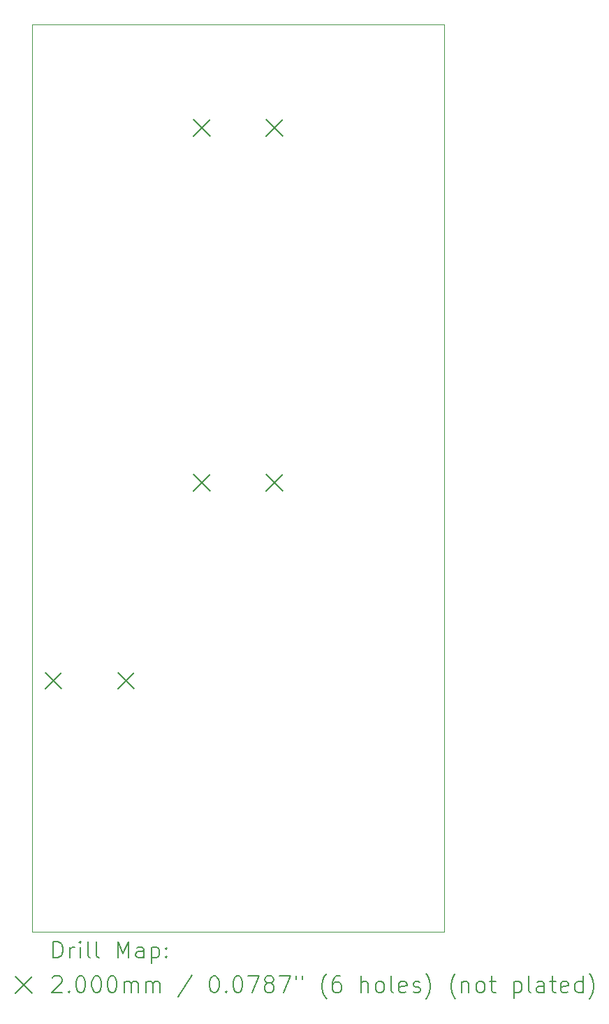
<source format=gbr>
%TF.GenerationSoftware,KiCad,Pcbnew,7.0.11-7.0.11~ubuntu22.04.1*%
%TF.CreationDate,2024-10-19T21:35:02+01:00*%
%TF.ProjectId,MS20-VCF,4d533230-2d56-4434-962e-6b696361645f,rev?*%
%TF.SameCoordinates,Original*%
%TF.FileFunction,Drillmap*%
%TF.FilePolarity,Positive*%
%FSLAX45Y45*%
G04 Gerber Fmt 4.5, Leading zero omitted, Abs format (unit mm)*
G04 Created by KiCad (PCBNEW 7.0.11-7.0.11~ubuntu22.04.1) date 2024-10-19 21:35:02*
%MOMM*%
%LPD*%
G01*
G04 APERTURE LIST*
%ADD10C,0.050000*%
%ADD11C,0.200000*%
G04 APERTURE END LIST*
D10*
X8500000Y-3650000D02*
X8500000Y-14650000D01*
X3500000Y-3650000D02*
X8500000Y-3650000D01*
X3500000Y-3650000D02*
X3500000Y-14650000D01*
X3500000Y-14650000D02*
X8500000Y-14650000D01*
D11*
X3660000Y-11505000D02*
X3860000Y-11705000D01*
X3860000Y-11505000D02*
X3660000Y-11705000D01*
X4540000Y-11505000D02*
X4740000Y-11705000D01*
X4740000Y-11505000D02*
X4540000Y-11705000D01*
X5460000Y-4805000D02*
X5660000Y-5005000D01*
X5660000Y-4805000D02*
X5460000Y-5005000D01*
X5460000Y-9105000D02*
X5660000Y-9305000D01*
X5660000Y-9105000D02*
X5460000Y-9305000D01*
X6340000Y-4805000D02*
X6540000Y-5005000D01*
X6540000Y-4805000D02*
X6340000Y-5005000D01*
X6340000Y-9105000D02*
X6540000Y-9305000D01*
X6540000Y-9105000D02*
X6340000Y-9305000D01*
X3758277Y-14963984D02*
X3758277Y-14763984D01*
X3758277Y-14763984D02*
X3805896Y-14763984D01*
X3805896Y-14763984D02*
X3834467Y-14773508D01*
X3834467Y-14773508D02*
X3853515Y-14792555D01*
X3853515Y-14792555D02*
X3863039Y-14811603D01*
X3863039Y-14811603D02*
X3872562Y-14849698D01*
X3872562Y-14849698D02*
X3872562Y-14878269D01*
X3872562Y-14878269D02*
X3863039Y-14916365D01*
X3863039Y-14916365D02*
X3853515Y-14935412D01*
X3853515Y-14935412D02*
X3834467Y-14954460D01*
X3834467Y-14954460D02*
X3805896Y-14963984D01*
X3805896Y-14963984D02*
X3758277Y-14963984D01*
X3958277Y-14963984D02*
X3958277Y-14830650D01*
X3958277Y-14868746D02*
X3967801Y-14849698D01*
X3967801Y-14849698D02*
X3977324Y-14840174D01*
X3977324Y-14840174D02*
X3996372Y-14830650D01*
X3996372Y-14830650D02*
X4015420Y-14830650D01*
X4082086Y-14963984D02*
X4082086Y-14830650D01*
X4082086Y-14763984D02*
X4072562Y-14773508D01*
X4072562Y-14773508D02*
X4082086Y-14783031D01*
X4082086Y-14783031D02*
X4091610Y-14773508D01*
X4091610Y-14773508D02*
X4082086Y-14763984D01*
X4082086Y-14763984D02*
X4082086Y-14783031D01*
X4205896Y-14963984D02*
X4186848Y-14954460D01*
X4186848Y-14954460D02*
X4177324Y-14935412D01*
X4177324Y-14935412D02*
X4177324Y-14763984D01*
X4310658Y-14963984D02*
X4291610Y-14954460D01*
X4291610Y-14954460D02*
X4282086Y-14935412D01*
X4282086Y-14935412D02*
X4282086Y-14763984D01*
X4539229Y-14963984D02*
X4539229Y-14763984D01*
X4539229Y-14763984D02*
X4605896Y-14906841D01*
X4605896Y-14906841D02*
X4672563Y-14763984D01*
X4672563Y-14763984D02*
X4672563Y-14963984D01*
X4853515Y-14963984D02*
X4853515Y-14859222D01*
X4853515Y-14859222D02*
X4843991Y-14840174D01*
X4843991Y-14840174D02*
X4824944Y-14830650D01*
X4824944Y-14830650D02*
X4786848Y-14830650D01*
X4786848Y-14830650D02*
X4767801Y-14840174D01*
X4853515Y-14954460D02*
X4834467Y-14963984D01*
X4834467Y-14963984D02*
X4786848Y-14963984D01*
X4786848Y-14963984D02*
X4767801Y-14954460D01*
X4767801Y-14954460D02*
X4758277Y-14935412D01*
X4758277Y-14935412D02*
X4758277Y-14916365D01*
X4758277Y-14916365D02*
X4767801Y-14897317D01*
X4767801Y-14897317D02*
X4786848Y-14887793D01*
X4786848Y-14887793D02*
X4834467Y-14887793D01*
X4834467Y-14887793D02*
X4853515Y-14878269D01*
X4948753Y-14830650D02*
X4948753Y-15030650D01*
X4948753Y-14840174D02*
X4967801Y-14830650D01*
X4967801Y-14830650D02*
X5005896Y-14830650D01*
X5005896Y-14830650D02*
X5024944Y-14840174D01*
X5024944Y-14840174D02*
X5034467Y-14849698D01*
X5034467Y-14849698D02*
X5043991Y-14868746D01*
X5043991Y-14868746D02*
X5043991Y-14925888D01*
X5043991Y-14925888D02*
X5034467Y-14944936D01*
X5034467Y-14944936D02*
X5024944Y-14954460D01*
X5024944Y-14954460D02*
X5005896Y-14963984D01*
X5005896Y-14963984D02*
X4967801Y-14963984D01*
X4967801Y-14963984D02*
X4948753Y-14954460D01*
X5129705Y-14944936D02*
X5139229Y-14954460D01*
X5139229Y-14954460D02*
X5129705Y-14963984D01*
X5129705Y-14963984D02*
X5120182Y-14954460D01*
X5120182Y-14954460D02*
X5129705Y-14944936D01*
X5129705Y-14944936D02*
X5129705Y-14963984D01*
X5129705Y-14840174D02*
X5139229Y-14849698D01*
X5139229Y-14849698D02*
X5129705Y-14859222D01*
X5129705Y-14859222D02*
X5120182Y-14849698D01*
X5120182Y-14849698D02*
X5129705Y-14840174D01*
X5129705Y-14840174D02*
X5129705Y-14859222D01*
X3297500Y-15192500D02*
X3497500Y-15392500D01*
X3497500Y-15192500D02*
X3297500Y-15392500D01*
X3748753Y-15203031D02*
X3758277Y-15193508D01*
X3758277Y-15193508D02*
X3777324Y-15183984D01*
X3777324Y-15183984D02*
X3824943Y-15183984D01*
X3824943Y-15183984D02*
X3843991Y-15193508D01*
X3843991Y-15193508D02*
X3853515Y-15203031D01*
X3853515Y-15203031D02*
X3863039Y-15222079D01*
X3863039Y-15222079D02*
X3863039Y-15241127D01*
X3863039Y-15241127D02*
X3853515Y-15269698D01*
X3853515Y-15269698D02*
X3739229Y-15383984D01*
X3739229Y-15383984D02*
X3863039Y-15383984D01*
X3948753Y-15364936D02*
X3958277Y-15374460D01*
X3958277Y-15374460D02*
X3948753Y-15383984D01*
X3948753Y-15383984D02*
X3939229Y-15374460D01*
X3939229Y-15374460D02*
X3948753Y-15364936D01*
X3948753Y-15364936D02*
X3948753Y-15383984D01*
X4082086Y-15183984D02*
X4101134Y-15183984D01*
X4101134Y-15183984D02*
X4120182Y-15193508D01*
X4120182Y-15193508D02*
X4129705Y-15203031D01*
X4129705Y-15203031D02*
X4139229Y-15222079D01*
X4139229Y-15222079D02*
X4148753Y-15260174D01*
X4148753Y-15260174D02*
X4148753Y-15307793D01*
X4148753Y-15307793D02*
X4139229Y-15345888D01*
X4139229Y-15345888D02*
X4129705Y-15364936D01*
X4129705Y-15364936D02*
X4120182Y-15374460D01*
X4120182Y-15374460D02*
X4101134Y-15383984D01*
X4101134Y-15383984D02*
X4082086Y-15383984D01*
X4082086Y-15383984D02*
X4063039Y-15374460D01*
X4063039Y-15374460D02*
X4053515Y-15364936D01*
X4053515Y-15364936D02*
X4043991Y-15345888D01*
X4043991Y-15345888D02*
X4034467Y-15307793D01*
X4034467Y-15307793D02*
X4034467Y-15260174D01*
X4034467Y-15260174D02*
X4043991Y-15222079D01*
X4043991Y-15222079D02*
X4053515Y-15203031D01*
X4053515Y-15203031D02*
X4063039Y-15193508D01*
X4063039Y-15193508D02*
X4082086Y-15183984D01*
X4272563Y-15183984D02*
X4291610Y-15183984D01*
X4291610Y-15183984D02*
X4310658Y-15193508D01*
X4310658Y-15193508D02*
X4320182Y-15203031D01*
X4320182Y-15203031D02*
X4329705Y-15222079D01*
X4329705Y-15222079D02*
X4339229Y-15260174D01*
X4339229Y-15260174D02*
X4339229Y-15307793D01*
X4339229Y-15307793D02*
X4329705Y-15345888D01*
X4329705Y-15345888D02*
X4320182Y-15364936D01*
X4320182Y-15364936D02*
X4310658Y-15374460D01*
X4310658Y-15374460D02*
X4291610Y-15383984D01*
X4291610Y-15383984D02*
X4272563Y-15383984D01*
X4272563Y-15383984D02*
X4253515Y-15374460D01*
X4253515Y-15374460D02*
X4243991Y-15364936D01*
X4243991Y-15364936D02*
X4234467Y-15345888D01*
X4234467Y-15345888D02*
X4224944Y-15307793D01*
X4224944Y-15307793D02*
X4224944Y-15260174D01*
X4224944Y-15260174D02*
X4234467Y-15222079D01*
X4234467Y-15222079D02*
X4243991Y-15203031D01*
X4243991Y-15203031D02*
X4253515Y-15193508D01*
X4253515Y-15193508D02*
X4272563Y-15183984D01*
X4463039Y-15183984D02*
X4482086Y-15183984D01*
X4482086Y-15183984D02*
X4501134Y-15193508D01*
X4501134Y-15193508D02*
X4510658Y-15203031D01*
X4510658Y-15203031D02*
X4520182Y-15222079D01*
X4520182Y-15222079D02*
X4529705Y-15260174D01*
X4529705Y-15260174D02*
X4529705Y-15307793D01*
X4529705Y-15307793D02*
X4520182Y-15345888D01*
X4520182Y-15345888D02*
X4510658Y-15364936D01*
X4510658Y-15364936D02*
X4501134Y-15374460D01*
X4501134Y-15374460D02*
X4482086Y-15383984D01*
X4482086Y-15383984D02*
X4463039Y-15383984D01*
X4463039Y-15383984D02*
X4443991Y-15374460D01*
X4443991Y-15374460D02*
X4434467Y-15364936D01*
X4434467Y-15364936D02*
X4424944Y-15345888D01*
X4424944Y-15345888D02*
X4415420Y-15307793D01*
X4415420Y-15307793D02*
X4415420Y-15260174D01*
X4415420Y-15260174D02*
X4424944Y-15222079D01*
X4424944Y-15222079D02*
X4434467Y-15203031D01*
X4434467Y-15203031D02*
X4443991Y-15193508D01*
X4443991Y-15193508D02*
X4463039Y-15183984D01*
X4615420Y-15383984D02*
X4615420Y-15250650D01*
X4615420Y-15269698D02*
X4624944Y-15260174D01*
X4624944Y-15260174D02*
X4643991Y-15250650D01*
X4643991Y-15250650D02*
X4672563Y-15250650D01*
X4672563Y-15250650D02*
X4691610Y-15260174D01*
X4691610Y-15260174D02*
X4701134Y-15279222D01*
X4701134Y-15279222D02*
X4701134Y-15383984D01*
X4701134Y-15279222D02*
X4710658Y-15260174D01*
X4710658Y-15260174D02*
X4729705Y-15250650D01*
X4729705Y-15250650D02*
X4758277Y-15250650D01*
X4758277Y-15250650D02*
X4777325Y-15260174D01*
X4777325Y-15260174D02*
X4786848Y-15279222D01*
X4786848Y-15279222D02*
X4786848Y-15383984D01*
X4882086Y-15383984D02*
X4882086Y-15250650D01*
X4882086Y-15269698D02*
X4891610Y-15260174D01*
X4891610Y-15260174D02*
X4910658Y-15250650D01*
X4910658Y-15250650D02*
X4939229Y-15250650D01*
X4939229Y-15250650D02*
X4958277Y-15260174D01*
X4958277Y-15260174D02*
X4967801Y-15279222D01*
X4967801Y-15279222D02*
X4967801Y-15383984D01*
X4967801Y-15279222D02*
X4977325Y-15260174D01*
X4977325Y-15260174D02*
X4996372Y-15250650D01*
X4996372Y-15250650D02*
X5024944Y-15250650D01*
X5024944Y-15250650D02*
X5043991Y-15260174D01*
X5043991Y-15260174D02*
X5053515Y-15279222D01*
X5053515Y-15279222D02*
X5053515Y-15383984D01*
X5443991Y-15174460D02*
X5272563Y-15431603D01*
X5701134Y-15183984D02*
X5720182Y-15183984D01*
X5720182Y-15183984D02*
X5739229Y-15193508D01*
X5739229Y-15193508D02*
X5748753Y-15203031D01*
X5748753Y-15203031D02*
X5758277Y-15222079D01*
X5758277Y-15222079D02*
X5767801Y-15260174D01*
X5767801Y-15260174D02*
X5767801Y-15307793D01*
X5767801Y-15307793D02*
X5758277Y-15345888D01*
X5758277Y-15345888D02*
X5748753Y-15364936D01*
X5748753Y-15364936D02*
X5739229Y-15374460D01*
X5739229Y-15374460D02*
X5720182Y-15383984D01*
X5720182Y-15383984D02*
X5701134Y-15383984D01*
X5701134Y-15383984D02*
X5682086Y-15374460D01*
X5682086Y-15374460D02*
X5672563Y-15364936D01*
X5672563Y-15364936D02*
X5663039Y-15345888D01*
X5663039Y-15345888D02*
X5653515Y-15307793D01*
X5653515Y-15307793D02*
X5653515Y-15260174D01*
X5653515Y-15260174D02*
X5663039Y-15222079D01*
X5663039Y-15222079D02*
X5672563Y-15203031D01*
X5672563Y-15203031D02*
X5682086Y-15193508D01*
X5682086Y-15193508D02*
X5701134Y-15183984D01*
X5853515Y-15364936D02*
X5863039Y-15374460D01*
X5863039Y-15374460D02*
X5853515Y-15383984D01*
X5853515Y-15383984D02*
X5843991Y-15374460D01*
X5843991Y-15374460D02*
X5853515Y-15364936D01*
X5853515Y-15364936D02*
X5853515Y-15383984D01*
X5986848Y-15183984D02*
X6005896Y-15183984D01*
X6005896Y-15183984D02*
X6024944Y-15193508D01*
X6024944Y-15193508D02*
X6034467Y-15203031D01*
X6034467Y-15203031D02*
X6043991Y-15222079D01*
X6043991Y-15222079D02*
X6053515Y-15260174D01*
X6053515Y-15260174D02*
X6053515Y-15307793D01*
X6053515Y-15307793D02*
X6043991Y-15345888D01*
X6043991Y-15345888D02*
X6034467Y-15364936D01*
X6034467Y-15364936D02*
X6024944Y-15374460D01*
X6024944Y-15374460D02*
X6005896Y-15383984D01*
X6005896Y-15383984D02*
X5986848Y-15383984D01*
X5986848Y-15383984D02*
X5967801Y-15374460D01*
X5967801Y-15374460D02*
X5958277Y-15364936D01*
X5958277Y-15364936D02*
X5948753Y-15345888D01*
X5948753Y-15345888D02*
X5939229Y-15307793D01*
X5939229Y-15307793D02*
X5939229Y-15260174D01*
X5939229Y-15260174D02*
X5948753Y-15222079D01*
X5948753Y-15222079D02*
X5958277Y-15203031D01*
X5958277Y-15203031D02*
X5967801Y-15193508D01*
X5967801Y-15193508D02*
X5986848Y-15183984D01*
X6120182Y-15183984D02*
X6253515Y-15183984D01*
X6253515Y-15183984D02*
X6167801Y-15383984D01*
X6358277Y-15269698D02*
X6339229Y-15260174D01*
X6339229Y-15260174D02*
X6329706Y-15250650D01*
X6329706Y-15250650D02*
X6320182Y-15231603D01*
X6320182Y-15231603D02*
X6320182Y-15222079D01*
X6320182Y-15222079D02*
X6329706Y-15203031D01*
X6329706Y-15203031D02*
X6339229Y-15193508D01*
X6339229Y-15193508D02*
X6358277Y-15183984D01*
X6358277Y-15183984D02*
X6396372Y-15183984D01*
X6396372Y-15183984D02*
X6415420Y-15193508D01*
X6415420Y-15193508D02*
X6424944Y-15203031D01*
X6424944Y-15203031D02*
X6434467Y-15222079D01*
X6434467Y-15222079D02*
X6434467Y-15231603D01*
X6434467Y-15231603D02*
X6424944Y-15250650D01*
X6424944Y-15250650D02*
X6415420Y-15260174D01*
X6415420Y-15260174D02*
X6396372Y-15269698D01*
X6396372Y-15269698D02*
X6358277Y-15269698D01*
X6358277Y-15269698D02*
X6339229Y-15279222D01*
X6339229Y-15279222D02*
X6329706Y-15288746D01*
X6329706Y-15288746D02*
X6320182Y-15307793D01*
X6320182Y-15307793D02*
X6320182Y-15345888D01*
X6320182Y-15345888D02*
X6329706Y-15364936D01*
X6329706Y-15364936D02*
X6339229Y-15374460D01*
X6339229Y-15374460D02*
X6358277Y-15383984D01*
X6358277Y-15383984D02*
X6396372Y-15383984D01*
X6396372Y-15383984D02*
X6415420Y-15374460D01*
X6415420Y-15374460D02*
X6424944Y-15364936D01*
X6424944Y-15364936D02*
X6434467Y-15345888D01*
X6434467Y-15345888D02*
X6434467Y-15307793D01*
X6434467Y-15307793D02*
X6424944Y-15288746D01*
X6424944Y-15288746D02*
X6415420Y-15279222D01*
X6415420Y-15279222D02*
X6396372Y-15269698D01*
X6501134Y-15183984D02*
X6634467Y-15183984D01*
X6634467Y-15183984D02*
X6548753Y-15383984D01*
X6701134Y-15183984D02*
X6701134Y-15222079D01*
X6777325Y-15183984D02*
X6777325Y-15222079D01*
X7072563Y-15460174D02*
X7063039Y-15450650D01*
X7063039Y-15450650D02*
X7043991Y-15422079D01*
X7043991Y-15422079D02*
X7034468Y-15403031D01*
X7034468Y-15403031D02*
X7024944Y-15374460D01*
X7024944Y-15374460D02*
X7015420Y-15326841D01*
X7015420Y-15326841D02*
X7015420Y-15288746D01*
X7015420Y-15288746D02*
X7024944Y-15241127D01*
X7024944Y-15241127D02*
X7034468Y-15212555D01*
X7034468Y-15212555D02*
X7043991Y-15193508D01*
X7043991Y-15193508D02*
X7063039Y-15164936D01*
X7063039Y-15164936D02*
X7072563Y-15155412D01*
X7234468Y-15183984D02*
X7196372Y-15183984D01*
X7196372Y-15183984D02*
X7177325Y-15193508D01*
X7177325Y-15193508D02*
X7167801Y-15203031D01*
X7167801Y-15203031D02*
X7148753Y-15231603D01*
X7148753Y-15231603D02*
X7139229Y-15269698D01*
X7139229Y-15269698D02*
X7139229Y-15345888D01*
X7139229Y-15345888D02*
X7148753Y-15364936D01*
X7148753Y-15364936D02*
X7158277Y-15374460D01*
X7158277Y-15374460D02*
X7177325Y-15383984D01*
X7177325Y-15383984D02*
X7215420Y-15383984D01*
X7215420Y-15383984D02*
X7234468Y-15374460D01*
X7234468Y-15374460D02*
X7243991Y-15364936D01*
X7243991Y-15364936D02*
X7253515Y-15345888D01*
X7253515Y-15345888D02*
X7253515Y-15298269D01*
X7253515Y-15298269D02*
X7243991Y-15279222D01*
X7243991Y-15279222D02*
X7234468Y-15269698D01*
X7234468Y-15269698D02*
X7215420Y-15260174D01*
X7215420Y-15260174D02*
X7177325Y-15260174D01*
X7177325Y-15260174D02*
X7158277Y-15269698D01*
X7158277Y-15269698D02*
X7148753Y-15279222D01*
X7148753Y-15279222D02*
X7139229Y-15298269D01*
X7491610Y-15383984D02*
X7491610Y-15183984D01*
X7577325Y-15383984D02*
X7577325Y-15279222D01*
X7577325Y-15279222D02*
X7567801Y-15260174D01*
X7567801Y-15260174D02*
X7548753Y-15250650D01*
X7548753Y-15250650D02*
X7520182Y-15250650D01*
X7520182Y-15250650D02*
X7501134Y-15260174D01*
X7501134Y-15260174D02*
X7491610Y-15269698D01*
X7701134Y-15383984D02*
X7682087Y-15374460D01*
X7682087Y-15374460D02*
X7672563Y-15364936D01*
X7672563Y-15364936D02*
X7663039Y-15345888D01*
X7663039Y-15345888D02*
X7663039Y-15288746D01*
X7663039Y-15288746D02*
X7672563Y-15269698D01*
X7672563Y-15269698D02*
X7682087Y-15260174D01*
X7682087Y-15260174D02*
X7701134Y-15250650D01*
X7701134Y-15250650D02*
X7729706Y-15250650D01*
X7729706Y-15250650D02*
X7748753Y-15260174D01*
X7748753Y-15260174D02*
X7758277Y-15269698D01*
X7758277Y-15269698D02*
X7767801Y-15288746D01*
X7767801Y-15288746D02*
X7767801Y-15345888D01*
X7767801Y-15345888D02*
X7758277Y-15364936D01*
X7758277Y-15364936D02*
X7748753Y-15374460D01*
X7748753Y-15374460D02*
X7729706Y-15383984D01*
X7729706Y-15383984D02*
X7701134Y-15383984D01*
X7882087Y-15383984D02*
X7863039Y-15374460D01*
X7863039Y-15374460D02*
X7853515Y-15355412D01*
X7853515Y-15355412D02*
X7853515Y-15183984D01*
X8034468Y-15374460D02*
X8015420Y-15383984D01*
X8015420Y-15383984D02*
X7977325Y-15383984D01*
X7977325Y-15383984D02*
X7958277Y-15374460D01*
X7958277Y-15374460D02*
X7948753Y-15355412D01*
X7948753Y-15355412D02*
X7948753Y-15279222D01*
X7948753Y-15279222D02*
X7958277Y-15260174D01*
X7958277Y-15260174D02*
X7977325Y-15250650D01*
X7977325Y-15250650D02*
X8015420Y-15250650D01*
X8015420Y-15250650D02*
X8034468Y-15260174D01*
X8034468Y-15260174D02*
X8043991Y-15279222D01*
X8043991Y-15279222D02*
X8043991Y-15298269D01*
X8043991Y-15298269D02*
X7948753Y-15317317D01*
X8120182Y-15374460D02*
X8139230Y-15383984D01*
X8139230Y-15383984D02*
X8177325Y-15383984D01*
X8177325Y-15383984D02*
X8196372Y-15374460D01*
X8196372Y-15374460D02*
X8205896Y-15355412D01*
X8205896Y-15355412D02*
X8205896Y-15345888D01*
X8205896Y-15345888D02*
X8196372Y-15326841D01*
X8196372Y-15326841D02*
X8177325Y-15317317D01*
X8177325Y-15317317D02*
X8148753Y-15317317D01*
X8148753Y-15317317D02*
X8129706Y-15307793D01*
X8129706Y-15307793D02*
X8120182Y-15288746D01*
X8120182Y-15288746D02*
X8120182Y-15279222D01*
X8120182Y-15279222D02*
X8129706Y-15260174D01*
X8129706Y-15260174D02*
X8148753Y-15250650D01*
X8148753Y-15250650D02*
X8177325Y-15250650D01*
X8177325Y-15250650D02*
X8196372Y-15260174D01*
X8272563Y-15460174D02*
X8282087Y-15450650D01*
X8282087Y-15450650D02*
X8301134Y-15422079D01*
X8301134Y-15422079D02*
X8310658Y-15403031D01*
X8310658Y-15403031D02*
X8320182Y-15374460D01*
X8320182Y-15374460D02*
X8329706Y-15326841D01*
X8329706Y-15326841D02*
X8329706Y-15288746D01*
X8329706Y-15288746D02*
X8320182Y-15241127D01*
X8320182Y-15241127D02*
X8310658Y-15212555D01*
X8310658Y-15212555D02*
X8301134Y-15193508D01*
X8301134Y-15193508D02*
X8282087Y-15164936D01*
X8282087Y-15164936D02*
X8272563Y-15155412D01*
X8634468Y-15460174D02*
X8624944Y-15450650D01*
X8624944Y-15450650D02*
X8605896Y-15422079D01*
X8605896Y-15422079D02*
X8596373Y-15403031D01*
X8596373Y-15403031D02*
X8586849Y-15374460D01*
X8586849Y-15374460D02*
X8577325Y-15326841D01*
X8577325Y-15326841D02*
X8577325Y-15288746D01*
X8577325Y-15288746D02*
X8586849Y-15241127D01*
X8586849Y-15241127D02*
X8596373Y-15212555D01*
X8596373Y-15212555D02*
X8605896Y-15193508D01*
X8605896Y-15193508D02*
X8624944Y-15164936D01*
X8624944Y-15164936D02*
X8634468Y-15155412D01*
X8710658Y-15250650D02*
X8710658Y-15383984D01*
X8710658Y-15269698D02*
X8720182Y-15260174D01*
X8720182Y-15260174D02*
X8739230Y-15250650D01*
X8739230Y-15250650D02*
X8767801Y-15250650D01*
X8767801Y-15250650D02*
X8786849Y-15260174D01*
X8786849Y-15260174D02*
X8796373Y-15279222D01*
X8796373Y-15279222D02*
X8796373Y-15383984D01*
X8920182Y-15383984D02*
X8901134Y-15374460D01*
X8901134Y-15374460D02*
X8891611Y-15364936D01*
X8891611Y-15364936D02*
X8882087Y-15345888D01*
X8882087Y-15345888D02*
X8882087Y-15288746D01*
X8882087Y-15288746D02*
X8891611Y-15269698D01*
X8891611Y-15269698D02*
X8901134Y-15260174D01*
X8901134Y-15260174D02*
X8920182Y-15250650D01*
X8920182Y-15250650D02*
X8948754Y-15250650D01*
X8948754Y-15250650D02*
X8967801Y-15260174D01*
X8967801Y-15260174D02*
X8977325Y-15269698D01*
X8977325Y-15269698D02*
X8986849Y-15288746D01*
X8986849Y-15288746D02*
X8986849Y-15345888D01*
X8986849Y-15345888D02*
X8977325Y-15364936D01*
X8977325Y-15364936D02*
X8967801Y-15374460D01*
X8967801Y-15374460D02*
X8948754Y-15383984D01*
X8948754Y-15383984D02*
X8920182Y-15383984D01*
X9043992Y-15250650D02*
X9120182Y-15250650D01*
X9072563Y-15183984D02*
X9072563Y-15355412D01*
X9072563Y-15355412D02*
X9082087Y-15374460D01*
X9082087Y-15374460D02*
X9101134Y-15383984D01*
X9101134Y-15383984D02*
X9120182Y-15383984D01*
X9339230Y-15250650D02*
X9339230Y-15450650D01*
X9339230Y-15260174D02*
X9358277Y-15250650D01*
X9358277Y-15250650D02*
X9396373Y-15250650D01*
X9396373Y-15250650D02*
X9415420Y-15260174D01*
X9415420Y-15260174D02*
X9424944Y-15269698D01*
X9424944Y-15269698D02*
X9434468Y-15288746D01*
X9434468Y-15288746D02*
X9434468Y-15345888D01*
X9434468Y-15345888D02*
X9424944Y-15364936D01*
X9424944Y-15364936D02*
X9415420Y-15374460D01*
X9415420Y-15374460D02*
X9396373Y-15383984D01*
X9396373Y-15383984D02*
X9358277Y-15383984D01*
X9358277Y-15383984D02*
X9339230Y-15374460D01*
X9548754Y-15383984D02*
X9529706Y-15374460D01*
X9529706Y-15374460D02*
X9520182Y-15355412D01*
X9520182Y-15355412D02*
X9520182Y-15183984D01*
X9710658Y-15383984D02*
X9710658Y-15279222D01*
X9710658Y-15279222D02*
X9701135Y-15260174D01*
X9701135Y-15260174D02*
X9682087Y-15250650D01*
X9682087Y-15250650D02*
X9643992Y-15250650D01*
X9643992Y-15250650D02*
X9624944Y-15260174D01*
X9710658Y-15374460D02*
X9691611Y-15383984D01*
X9691611Y-15383984D02*
X9643992Y-15383984D01*
X9643992Y-15383984D02*
X9624944Y-15374460D01*
X9624944Y-15374460D02*
X9615420Y-15355412D01*
X9615420Y-15355412D02*
X9615420Y-15336365D01*
X9615420Y-15336365D02*
X9624944Y-15317317D01*
X9624944Y-15317317D02*
X9643992Y-15307793D01*
X9643992Y-15307793D02*
X9691611Y-15307793D01*
X9691611Y-15307793D02*
X9710658Y-15298269D01*
X9777325Y-15250650D02*
X9853515Y-15250650D01*
X9805896Y-15183984D02*
X9805896Y-15355412D01*
X9805896Y-15355412D02*
X9815420Y-15374460D01*
X9815420Y-15374460D02*
X9834468Y-15383984D01*
X9834468Y-15383984D02*
X9853515Y-15383984D01*
X9996373Y-15374460D02*
X9977325Y-15383984D01*
X9977325Y-15383984D02*
X9939230Y-15383984D01*
X9939230Y-15383984D02*
X9920182Y-15374460D01*
X9920182Y-15374460D02*
X9910658Y-15355412D01*
X9910658Y-15355412D02*
X9910658Y-15279222D01*
X9910658Y-15279222D02*
X9920182Y-15260174D01*
X9920182Y-15260174D02*
X9939230Y-15250650D01*
X9939230Y-15250650D02*
X9977325Y-15250650D01*
X9977325Y-15250650D02*
X9996373Y-15260174D01*
X9996373Y-15260174D02*
X10005896Y-15279222D01*
X10005896Y-15279222D02*
X10005896Y-15298269D01*
X10005896Y-15298269D02*
X9910658Y-15317317D01*
X10177325Y-15383984D02*
X10177325Y-15183984D01*
X10177325Y-15374460D02*
X10158277Y-15383984D01*
X10158277Y-15383984D02*
X10120182Y-15383984D01*
X10120182Y-15383984D02*
X10101135Y-15374460D01*
X10101135Y-15374460D02*
X10091611Y-15364936D01*
X10091611Y-15364936D02*
X10082087Y-15345888D01*
X10082087Y-15345888D02*
X10082087Y-15288746D01*
X10082087Y-15288746D02*
X10091611Y-15269698D01*
X10091611Y-15269698D02*
X10101135Y-15260174D01*
X10101135Y-15260174D02*
X10120182Y-15250650D01*
X10120182Y-15250650D02*
X10158277Y-15250650D01*
X10158277Y-15250650D02*
X10177325Y-15260174D01*
X10253516Y-15460174D02*
X10263039Y-15450650D01*
X10263039Y-15450650D02*
X10282087Y-15422079D01*
X10282087Y-15422079D02*
X10291611Y-15403031D01*
X10291611Y-15403031D02*
X10301135Y-15374460D01*
X10301135Y-15374460D02*
X10310658Y-15326841D01*
X10310658Y-15326841D02*
X10310658Y-15288746D01*
X10310658Y-15288746D02*
X10301135Y-15241127D01*
X10301135Y-15241127D02*
X10291611Y-15212555D01*
X10291611Y-15212555D02*
X10282087Y-15193508D01*
X10282087Y-15193508D02*
X10263039Y-15164936D01*
X10263039Y-15164936D02*
X10253516Y-15155412D01*
M02*

</source>
